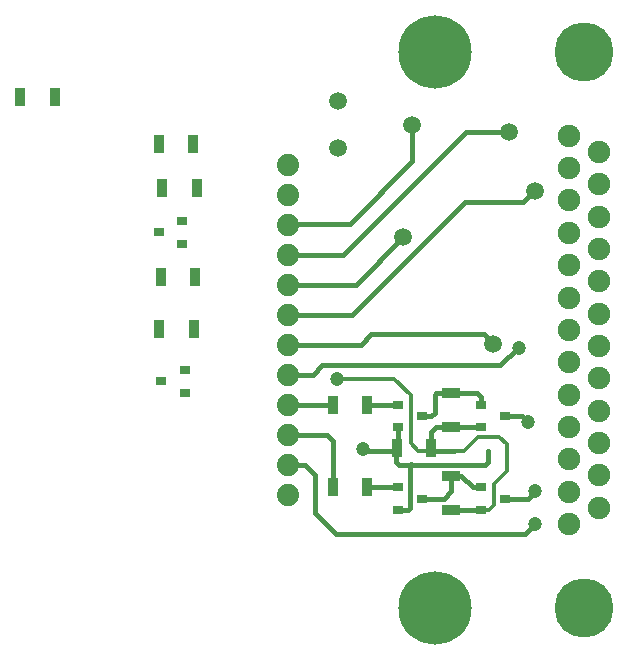
<source format=gtl>
G04 project-name*
%FSLAX35Y35*%
%MOMM*%
G04 undefined.(undefined)*
%LPD*%
%ADD10C,1.20*%
D10*
X-2684111Y17003450D02*
D03*

%ADD11C,0.3*%
%LPD*%
D11*
X-1894950Y16395064D02*
G01*
X-2001069Y16395064D01*
X-2064134Y16458129D01*
X-2064134Y16866711D01*
X-2200454Y17003031D01*
X-2683692Y17003031D01*
X-2684111Y17003450D01*
G04 undefined.(undefined)*
%LPD*%
D10*
X-2464278Y16412071D02*
D03*

%ADD12C,0.4*%
%LPD*%
D12*
X-2184950Y16395064D02*
G01*
X-2447272Y16395064D01*
X-2464278Y16412071D01*

%LPD*%
D12*
X-2170394Y16596596D02*
G01*
X-2170394Y16460620D01*
G04 undefined.(undefined)*
%LPD*%
D10*
X-1008196Y15775751D02*
D03*


%LPD*%
D12*
X-3098741Y16275797D02*
G01*
X-2958217Y16275797D01*
X-2875542Y16193123D01*
X-2875542Y15868924D01*
X-2697721Y15691102D01*
X-1092844Y15691102D01*
X-1008196Y15775751D01*

%LPD*%
D12*
X-1465676Y16085543D02*
G01*
X-1532981Y16085543D01*
X-1632981Y16185543D01*
X-1718592Y16185543D01*

%LPD*%
D12*
X-1970393Y15990543D02*
G01*
X-1784819Y15990543D01*
X-1718592Y16056769D01*
X-1718592Y16185543D01*

%LPD*%
D12*
X-1696149Y16395064D02*
G01*
X-1868031Y16395064D01*
G04 undefined.(undefined)*
%LPD*%
D10*
X-1069844Y16641209D02*
D03*


%LPD*%
D12*
X-1265676Y16691596D02*
G01*
X-1120231Y16691596D01*
X-1069844Y16641209D01*

%LPD*%
D12*
X-1718592Y16596596D02*
G01*
X-1472338Y16596596D01*

%LPD*%
D12*
X-1970393Y16691596D02*
G01*
X-1887273Y16691596D01*
X-1860804Y16718065D01*
X-1860804Y16870193D01*
X-1844401Y16886596D01*
X-1718592Y16886596D01*

%LPD*%
D12*
X-3098741Y16783797D02*
G01*
X-2740213Y16783797D01*
G04 undefined.(undefined)*
%LPD*%
%ADD13C,1.5*%
D13*
X-2124646Y18202506D02*
D03*


%LPD*%
D12*
X-3098741Y17799797D02*
G01*
X-2527355Y17799797D01*
X-2124646Y18202506D01*
G04 undefined.(undefined)*
%LPD*%
D13*
X-1012223Y18596949D02*
D03*


%LPD*%
D12*
X-3098741Y17545797D02*
G01*
X-2556238Y17545797D01*
X-1601933Y18500101D01*
X-1109070Y18500101D01*
X-1012223Y18596949D01*
G04 undefined.(undefined)*
%LPD*%
D13*
X-1232512Y19093515D02*
D03*


%LPD*%
D12*
X-1232512Y19093515D02*
G01*
X-1597623Y19093515D01*
X-2638562Y18052576D01*
X-3098741Y18052576D01*
G04 undefined.(undefined)*
%LPD*%
D13*
X-2047663Y19155766D02*
D03*


%LPD*%
D12*
X-3098741Y18316893D02*
G01*
X-2575865Y18316893D01*
X-2047663Y18845096D01*

%LPD*%
D12*
X-2047663Y18845096D02*
G01*
X-2047663Y19111729D01*
G04 undefined.(undefined)*
%LPD*%
D13*
X-1364163Y17302537D02*
D03*


%LPD*%
D12*
X-3098741Y17291797D02*
G01*
X-2486901Y17291797D01*
X-2397455Y17381243D01*
X-1442869Y17381243D01*
X-1364163Y17302537D01*
G04 undefined.(undefined)*
%LPD*%
D10*
X-1148116Y17266299D02*
D03*


%LPD*%
D12*
X-1148116Y17266299D02*
G01*
X-1154625Y17266299D01*
X-1303605Y17117320D01*
X-2813024Y17117320D01*
X-2892546Y17037797D01*
X-3098741Y17037797D01*

%LPD*%
D12*
X-2431567Y16786596D02*
G01*
X-2159189Y16786596D01*

%LPD*%
D12*
X-1718592Y16886596D02*
G01*
X-1500706Y16886596D01*
X-1465676Y16851567D01*
X-1465676Y16786596D01*

%LPD*%
D12*
X-1718592Y16596596D02*
G01*
X-1850301Y16596596D01*
X-1894950Y16551947D01*
X-1894950Y16395064D01*

%LPD*%
D12*
X-2431568Y16085543D02*
G01*
X-2161542Y16085543D01*

%LPD*%
D12*
X-1718592Y15895543D02*
G01*
X-1490444Y15895543D01*
G04 undefined.(undefined)*
%LPD*%
D10*
X-1007905Y16050438D02*
D03*


%LPD*%
D12*
X-1265676Y15990543D02*
G01*
X-1067801Y15990543D01*
X-1007905Y16050438D01*

%LPD*%
D12*
X-2721568Y16085543D02*
G01*
X-2721568Y16478470D01*
X-2772894Y16529797D01*
X-3098741Y16529797D01*

%LPD*%
D12*
X-1406149Y16395064D02*
G01*
X-1406149Y16301455D01*
X-1434531Y16273072D01*
X-2159909Y16273072D01*
X-2184950Y16298113D01*
X-2184950Y16395064D01*

%LPD*%
D12*
X-2170394Y15895543D02*
G01*
X-2089694Y15895543D01*
X-2071479Y15913758D01*
X-2071479Y16266342D01*
X-2057431Y16280389D01*

%LPD*%
D11*
X-1696149Y16395064D02*
G01*
X-1614617Y16395064D01*
X-1494027Y16515654D01*
X-1312968Y16515654D01*
X-1248721Y16451408D01*
X-1248721Y16220704D01*
X-1359693Y16109732D01*
X-1359693Y15939382D01*
X-1403532Y15895543D01*
X-1465676Y15895543D01*
G04 c3.m.d(3)*
%LPD*%
%ADD14R,0.9X0.7*%
D14*
X-1265676Y16691596D02*
D03*

G04 c3.m.s(2)*
%LPD*%
D14*
X-1465676Y16596596D02*
D03*

G04 c3.m.g(1)*
%LPD*%
D14*
X-1465676Y16786596D02*
D03*

G04 c3.i.1(1)*
%LPD*%
%ADD15R,0.9X1.6*%
D15*
X-2431568Y16786596D02*
D03*

G04 c3.i.2(2)*
%LPD*%
D15*
X-2721568Y16786596D02*
D03*

G04 c3.p.1(1)*
%LPD*%
%ADD16R,1.6X0.9*%
D16*
X-1718592Y16596596D02*
D03*

G04 c3.p.2(2)*
%LPD*%
D16*
X-1718592Y16886596D02*
D03*

G04 c3.b.c(3)*
%LPD*%
D14*
X-1970393Y16691596D02*
D03*

G04 c3.b.e(2)*
%LPD*%
D14*
X-2170394Y16596596D02*
D03*

G04 c3.b.b(1)*
%LPD*%
D14*
X-2170394Y16786596D02*
D03*

G04 c4.m.d(3)*
%LPD*%
D14*
X-1265676Y15990543D02*
D03*

G04 c4.m.s(2)*
%LPD*%
D14*
X-1465676Y15895543D02*
D03*

G04 c4.m.g(1)*
%LPD*%
D14*
X-1465676Y16085543D02*
D03*

G04 c4.i.1(1)*
%LPD*%
D15*
X-2431568Y16085543D02*
D03*

G04 c4.i.2(2)*
%LPD*%
D15*
X-2721568Y16085543D02*
D03*

G04 c4.p.1(1)*
%LPD*%
D16*
X-1718592Y15895543D02*
D03*

G04 c4.p.2(2)*
%LPD*%
D16*
X-1718592Y16185543D02*
D03*

G04 c4.b.c(3)*
%LPD*%
D14*
X-1970393Y15990543D02*
D03*

G04 c4.b.e(2)*
%LPD*%
D14*
X-2170394Y15895543D02*
D03*

G04 c4.b.b(1)*
%LPD*%
D14*
X-2170394Y16085543D02*
D03*

G04 __c.(undefined)*
%LPD*%
%ADD17C,6.2*%
D17*
X-1854756Y19770797D02*
D03*

G04 __d.(undefined)*
%LPD*%
D17*
X-1854756Y15066797D02*
D03*

G04 c1.clk-(1)*
%LPD*%
%ADD18C,1.9*%
D18*
X-720707Y19062797D02*
D03*

G04 c1.sync-(2)*
%LPD*%
D18*
X-720707Y18788797D02*
D03*

G04 c1.x-(3)*
%LPD*%
D18*
X-720707Y18514797D02*
D03*

G04 c1.y-(4)*
%LPD*%
D18*
X-720707Y18240797D02*
D03*

G04 c1.z-(5)*
%LPD*%
D18*
X-720707Y17966797D02*
D03*

G04 c1.y_stat-(6)*
%LPD*%
D18*
X-720707Y17692797D02*
D03*

G04 c1.z_stat-(7)*
%LPD*%
D18*
X-720707Y17418797D02*
D03*

G04 c1.x_stat-(8)*
%LPD*%
D18*
X-720707Y17144797D02*
D03*

G04 c1.+15v(9)*
%LPD*%
D18*
X-720707Y16870797D02*
D03*

G04 c1.+15v(10)*
%LPD*%
D18*
X-720707Y16596797D02*
D03*

G04 c1.red(11)*
%LPD*%
D18*
X-720707Y16322797D02*
D03*

G04 c1.en(12)*
%LPD*%
D18*
X-720707Y16048797D02*
D03*

G04 c1.gnd(13)*
%LPD*%
D18*
X-720707Y15774797D02*
D03*

G04 c1.clk+(14)*
%LPD*%
D18*
X-466707Y18925797D02*
D03*

G04 c1.sync+(15)*
%LPD*%
D18*
X-466707Y18651797D02*
D03*

G04 c1.x+(16)*
%LPD*%
D18*
X-466707Y18377797D02*
D03*

G04 c1.y+(17)*
%LPD*%
D18*
X-466707Y18103797D02*
D03*

G04 c1.z+(18)*
%LPD*%
D18*
X-466707Y17829797D02*
D03*

G04 c1.y_stat+(19)*
%LPD*%
D18*
X-466707Y17555797D02*
D03*

G04 c1.z_stat+(20)*
%LPD*%
D18*
X-466707Y17281797D02*
D03*

G04 c1.x_stat+(21)*
%LPD*%
D18*
X-466707Y17007797D02*
D03*

G04 c1.+15v(22)*
%LPD*%
D18*
X-466707Y16733797D02*
D03*

G04 c1.pgnd(23)*
%LPD*%
D18*
X-466707Y16459797D02*
D03*

G04 c1.pwm(24)*
%LPD*%
D18*
X-466707Y16185797D02*
D03*

G04 c1.pctl(25)*
%LPD*%
D18*
X-466707Y15911797D02*
D03*

G04 c1.S(S)*
%LPD*%
%ADD19C,5*%
D19*
X-593707Y19770797D02*
D03*

G04 c1.S(S)*
%LPD*%
D19*
X-593707Y15066797D02*
D03*

G04 conn.gnd(1)*
%LPD*%
%ADD20C,1.89*%
D20*
X-3098741Y18815797D02*
D03*

G04 conn.vcc(2)*
%LPD*%
D20*
X-3098741Y18561797D02*
D03*

G04 conn.clk(3)*
%LPD*%
D20*
X-3098741Y18307797D02*
D03*

G04 conn.sync(4)*
%LPD*%
D20*
X-3098741Y18053797D02*
D03*

G04 conn.y(5)*
%LPD*%
D20*
X-3098741Y17799797D02*
D03*

G04 conn.x(6)*
%LPD*%
D20*
X-3098741Y17545797D02*
D03*

G04 conn.y_stat(7)*
%LPD*%
D20*
X-3098741Y17291797D02*
D03*

G04 conn.x_stat(8)*
%LPD*%
D20*
X-3098741Y17037797D02*
D03*

G04 conn.pwm(9)*
%LPD*%
D20*
X-3098741Y16783797D02*
D03*

G04 conn.en(10)*
%LPD*%
D20*
X-3098741Y16529797D02*
D03*

G04 conn.pctl(11)*
%LPD*%
D20*
X-3098741Y16275797D02*
D03*

G04 conn.red(12)*
%LPD*%
D20*
X-3098741Y16021797D02*
D03*

G04 c5.C1.c(1)*
%LPD*%
D15*
X-2178833Y16420106D02*
D03*

G04 c5.C1.a(2)*
%LPD*%
D15*
X-1888833Y16420106D02*
D03*

G04 c2.c(1)*
%LPD*%
D13*
X-2676411Y19354557D02*
D03*

G04 c2.a(2)*
%LPD*%
D13*
X-2676411Y18954557D02*
D03*

G04 c7.b.c(3)*
%LPD*%
D14*
X-4175946Y16982500D02*
D03*

G04 c7.b.e(2)*
%LPD*%
D14*
X-3975945Y17077500D02*
D03*

G04 c7.b.b(1)*
%LPD*%
D14*
X-3975945Y16887499D02*
D03*

G04 c7.l.1(1)*
%LPD*%
D15*
X-5368134Y19387512D02*
D03*

G04 c7.l.2(2)*
%LPD*%
D15*
X-5078134Y19387512D02*
D03*

G04 c7.p.1(1)*
%LPD*%
D15*
X-4196164Y18992810D02*
D03*

G04 c7.p.2(2)*
%LPD*%
D15*
X-3906164Y18992810D02*
D03*

G04 c7.i.1(1)*
%LPD*%
D15*
X-4165836Y18618325D02*
D03*

G04 c7.i.2(2)*
%LPD*%
D15*
X-3875836Y18618325D02*
D03*

G04 c7.m.d(3)*
%LPD*%
D14*
X-4196164Y18243295D02*
D03*

G04 c7.m.s(2)*
%LPD*%
D14*
X-3996164Y18338295D02*
D03*

G04 c7.m.g(1)*
%LPD*%
D14*
X-3996164Y18148295D02*
D03*

G04 c4.l.1(1)*
%LPD*%
D15*
X-4175946Y17868264D02*
D03*

G04 c4.l.2(2)*
%LPD*%
D15*
X-3885946Y17868264D02*
D03*

G04 c3.l.1(1)*
%LPD*%
D15*
X-4190031Y17427885D02*
D03*

G04 c3.l.2(2)*
%LPD*%
D15*
X-3900031Y17427885D02*
D03*

M02*
</source>
